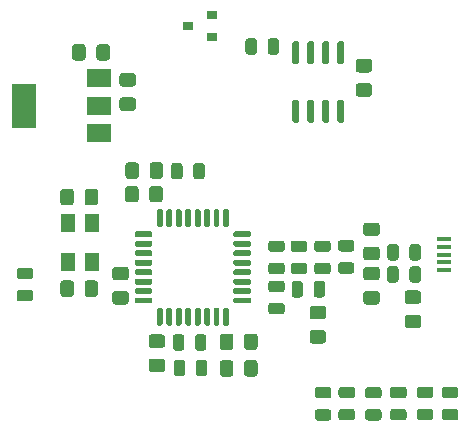
<source format=gbr>
%TF.GenerationSoftware,KiCad,Pcbnew,(5.1.6)-1*%
%TF.CreationDate,2021-06-25T13:52:16+02:00*%
%TF.ProjectId,sensor-v2-board,73656e73-6f72-42d7-9632-2d626f617264,rev?*%
%TF.SameCoordinates,Original*%
%TF.FileFunction,Paste,Top*%
%TF.FilePolarity,Positive*%
%FSLAX46Y46*%
G04 Gerber Fmt 4.6, Leading zero omitted, Abs format (unit mm)*
G04 Created by KiCad (PCBNEW (5.1.6)-1) date 2021-06-25 13:52:16*
%MOMM*%
%LPD*%
G01*
G04 APERTURE LIST*
%ADD10R,1.300000X0.450000*%
%ADD11R,2.000000X3.800000*%
%ADD12R,2.000000X1.500000*%
%ADD13R,0.900000X0.800000*%
%ADD14R,1.300000X1.600000*%
G04 APERTURE END LIST*
D10*
%TO.C,J8*%
X160375000Y-128175000D03*
X160375000Y-127525000D03*
X160375000Y-126875000D03*
X160375000Y-126225000D03*
X160375000Y-125575000D03*
%TD*%
%TO.C,R13*%
G36*
G01*
X145743750Y-130950000D02*
X146656250Y-130950000D01*
G75*
G02*
X146900000Y-131193750I0J-243750D01*
G01*
X146900000Y-131681250D01*
G75*
G02*
X146656250Y-131925000I-243750J0D01*
G01*
X145743750Y-131925000D01*
G75*
G02*
X145500000Y-131681250I0J243750D01*
G01*
X145500000Y-131193750D01*
G75*
G02*
X145743750Y-130950000I243750J0D01*
G01*
G37*
G36*
G01*
X145743750Y-129075000D02*
X146656250Y-129075000D01*
G75*
G02*
X146900000Y-129318750I0J-243750D01*
G01*
X146900000Y-129806250D01*
G75*
G02*
X146656250Y-130050000I-243750J0D01*
G01*
X145743750Y-130050000D01*
G75*
G02*
X145500000Y-129806250I0J243750D01*
G01*
X145500000Y-129318750D01*
G75*
G02*
X145743750Y-129075000I243750J0D01*
G01*
G37*
%TD*%
%TO.C,R12*%
G36*
G01*
X146656250Y-126650000D02*
X145743750Y-126650000D01*
G75*
G02*
X145500000Y-126406250I0J243750D01*
G01*
X145500000Y-125918750D01*
G75*
G02*
X145743750Y-125675000I243750J0D01*
G01*
X146656250Y-125675000D01*
G75*
G02*
X146900000Y-125918750I0J-243750D01*
G01*
X146900000Y-126406250D01*
G75*
G02*
X146656250Y-126650000I-243750J0D01*
G01*
G37*
G36*
G01*
X146656250Y-128525000D02*
X145743750Y-128525000D01*
G75*
G02*
X145500000Y-128281250I0J243750D01*
G01*
X145500000Y-127793750D01*
G75*
G02*
X145743750Y-127550000I243750J0D01*
G01*
X146656250Y-127550000D01*
G75*
G02*
X146900000Y-127793750I0J-243750D01*
G01*
X146900000Y-128281250D01*
G75*
G02*
X146656250Y-128525000I-243750J0D01*
G01*
G37*
%TD*%
%TO.C,R10*%
G36*
G01*
X155575000Y-127131250D02*
X155575000Y-126218750D01*
G75*
G02*
X155818750Y-125975000I243750J0D01*
G01*
X156306250Y-125975000D01*
G75*
G02*
X156550000Y-126218750I0J-243750D01*
G01*
X156550000Y-127131250D01*
G75*
G02*
X156306250Y-127375000I-243750J0D01*
G01*
X155818750Y-127375000D01*
G75*
G02*
X155575000Y-127131250I0J243750D01*
G01*
G37*
G36*
G01*
X157450000Y-127131250D02*
X157450000Y-126218750D01*
G75*
G02*
X157693750Y-125975000I243750J0D01*
G01*
X158181250Y-125975000D01*
G75*
G02*
X158425000Y-126218750I0J-243750D01*
G01*
X158425000Y-127131250D01*
G75*
G02*
X158181250Y-127375000I-243750J0D01*
G01*
X157693750Y-127375000D01*
G75*
G02*
X157450000Y-127131250I0J243750D01*
G01*
G37*
%TD*%
D11*
%TO.C,U1*%
X124850000Y-114250000D03*
D12*
X131150000Y-114250000D03*
X131150000Y-111950000D03*
X131150000Y-116550000D03*
%TD*%
%TO.C,C1*%
G36*
G01*
X130050000Y-109299999D02*
X130050000Y-110200001D01*
G75*
G02*
X129800001Y-110450000I-249999J0D01*
G01*
X129149999Y-110450000D01*
G75*
G02*
X128900000Y-110200001I0J249999D01*
G01*
X128900000Y-109299999D01*
G75*
G02*
X129149999Y-109050000I249999J0D01*
G01*
X129800001Y-109050000D01*
G75*
G02*
X130050000Y-109299999I0J-249999D01*
G01*
G37*
G36*
G01*
X132100000Y-109299999D02*
X132100000Y-110200001D01*
G75*
G02*
X131850001Y-110450000I-249999J0D01*
G01*
X131199999Y-110450000D01*
G75*
G02*
X130950000Y-110200001I0J249999D01*
G01*
X130950000Y-109299999D01*
G75*
G02*
X131199999Y-109050000I249999J0D01*
G01*
X131850001Y-109050000D01*
G75*
G02*
X132100000Y-109299999I0J-249999D01*
G01*
G37*
%TD*%
%TO.C,C4*%
G36*
G01*
X134050001Y-112650000D02*
X133149999Y-112650000D01*
G75*
G02*
X132900000Y-112400001I0J249999D01*
G01*
X132900000Y-111749999D01*
G75*
G02*
X133149999Y-111500000I249999J0D01*
G01*
X134050001Y-111500000D01*
G75*
G02*
X134300000Y-111749999I0J-249999D01*
G01*
X134300000Y-112400001D01*
G75*
G02*
X134050001Y-112650000I-249999J0D01*
G01*
G37*
G36*
G01*
X134050001Y-114700000D02*
X133149999Y-114700000D01*
G75*
G02*
X132900000Y-114450001I0J249999D01*
G01*
X132900000Y-113799999D01*
G75*
G02*
X133149999Y-113550000I249999J0D01*
G01*
X134050001Y-113550000D01*
G75*
G02*
X134300000Y-113799999I0J-249999D01*
G01*
X134300000Y-114450001D01*
G75*
G02*
X134050001Y-114700000I-249999J0D01*
G01*
G37*
%TD*%
%TO.C,C6*%
G36*
G01*
X127900000Y-122450001D02*
X127900000Y-121549999D01*
G75*
G02*
X128149999Y-121300000I249999J0D01*
G01*
X128800001Y-121300000D01*
G75*
G02*
X129050000Y-121549999I0J-249999D01*
G01*
X129050000Y-122450001D01*
G75*
G02*
X128800001Y-122700000I-249999J0D01*
G01*
X128149999Y-122700000D01*
G75*
G02*
X127900000Y-122450001I0J249999D01*
G01*
G37*
G36*
G01*
X129950000Y-122450001D02*
X129950000Y-121549999D01*
G75*
G02*
X130199999Y-121300000I249999J0D01*
G01*
X130850001Y-121300000D01*
G75*
G02*
X131100000Y-121549999I0J-249999D01*
G01*
X131100000Y-122450001D01*
G75*
G02*
X130850001Y-122700000I-249999J0D01*
G01*
X130199999Y-122700000D01*
G75*
G02*
X129950000Y-122450001I0J249999D01*
G01*
G37*
%TD*%
%TO.C,C7*%
G36*
G01*
X129050000Y-129299999D02*
X129050000Y-130200001D01*
G75*
G02*
X128800001Y-130450000I-249999J0D01*
G01*
X128149999Y-130450000D01*
G75*
G02*
X127900000Y-130200001I0J249999D01*
G01*
X127900000Y-129299999D01*
G75*
G02*
X128149999Y-129050000I249999J0D01*
G01*
X128800001Y-129050000D01*
G75*
G02*
X129050000Y-129299999I0J-249999D01*
G01*
G37*
G36*
G01*
X131100000Y-129299999D02*
X131100000Y-130200001D01*
G75*
G02*
X130850001Y-130450000I-249999J0D01*
G01*
X130199999Y-130450000D01*
G75*
G02*
X129950000Y-130200001I0J249999D01*
G01*
X129950000Y-129299999D01*
G75*
G02*
X130199999Y-129050000I249999J0D01*
G01*
X130850001Y-129050000D01*
G75*
G02*
X131100000Y-129299999I0J-249999D01*
G01*
G37*
%TD*%
%TO.C,C8*%
G36*
G01*
X136525001Y-134775000D02*
X135624999Y-134775000D01*
G75*
G02*
X135375000Y-134525001I0J249999D01*
G01*
X135375000Y-133874999D01*
G75*
G02*
X135624999Y-133625000I249999J0D01*
G01*
X136525001Y-133625000D01*
G75*
G02*
X136775000Y-133874999I0J-249999D01*
G01*
X136775000Y-134525001D01*
G75*
G02*
X136525001Y-134775000I-249999J0D01*
G01*
G37*
G36*
G01*
X136525001Y-136825000D02*
X135624999Y-136825000D01*
G75*
G02*
X135375000Y-136575001I0J249999D01*
G01*
X135375000Y-135924999D01*
G75*
G02*
X135624999Y-135675000I249999J0D01*
G01*
X136525001Y-135675000D01*
G75*
G02*
X136775000Y-135924999I0J-249999D01*
G01*
X136775000Y-136575001D01*
G75*
G02*
X136525001Y-136825000I-249999J0D01*
G01*
G37*
%TD*%
%TO.C,C9*%
G36*
G01*
X154050001Y-113500000D02*
X153149999Y-113500000D01*
G75*
G02*
X152900000Y-113250001I0J249999D01*
G01*
X152900000Y-112599999D01*
G75*
G02*
X153149999Y-112350000I249999J0D01*
G01*
X154050001Y-112350000D01*
G75*
G02*
X154300000Y-112599999I0J-249999D01*
G01*
X154300000Y-113250001D01*
G75*
G02*
X154050001Y-113500000I-249999J0D01*
G01*
G37*
G36*
G01*
X154050001Y-111450000D02*
X153149999Y-111450000D01*
G75*
G02*
X152900000Y-111200001I0J249999D01*
G01*
X152900000Y-110549999D01*
G75*
G02*
X153149999Y-110300000I249999J0D01*
G01*
X154050001Y-110300000D01*
G75*
G02*
X154300000Y-110549999I0J-249999D01*
G01*
X154300000Y-111200001D01*
G75*
G02*
X154050001Y-111450000I-249999J0D01*
G01*
G37*
%TD*%
%TO.C,C10*%
G36*
G01*
X133375000Y-122200001D02*
X133375000Y-121299999D01*
G75*
G02*
X133624999Y-121050000I249999J0D01*
G01*
X134275001Y-121050000D01*
G75*
G02*
X134525000Y-121299999I0J-249999D01*
G01*
X134525000Y-122200001D01*
G75*
G02*
X134275001Y-122450000I-249999J0D01*
G01*
X133624999Y-122450000D01*
G75*
G02*
X133375000Y-122200001I0J249999D01*
G01*
G37*
G36*
G01*
X135425000Y-122200001D02*
X135425000Y-121299999D01*
G75*
G02*
X135674999Y-121050000I249999J0D01*
G01*
X136325001Y-121050000D01*
G75*
G02*
X136575000Y-121299999I0J-249999D01*
G01*
X136575000Y-122200001D01*
G75*
G02*
X136325001Y-122450000I-249999J0D01*
G01*
X135674999Y-122450000D01*
G75*
G02*
X135425000Y-122200001I0J249999D01*
G01*
G37*
%TD*%
%TO.C,C11*%
G36*
G01*
X142550000Y-133799999D02*
X142550000Y-134700001D01*
G75*
G02*
X142300001Y-134950000I-249999J0D01*
G01*
X141649999Y-134950000D01*
G75*
G02*
X141400000Y-134700001I0J249999D01*
G01*
X141400000Y-133799999D01*
G75*
G02*
X141649999Y-133550000I249999J0D01*
G01*
X142300001Y-133550000D01*
G75*
G02*
X142550000Y-133799999I0J-249999D01*
G01*
G37*
G36*
G01*
X144600000Y-133799999D02*
X144600000Y-134700001D01*
G75*
G02*
X144350001Y-134950000I-249999J0D01*
G01*
X143699999Y-134950000D01*
G75*
G02*
X143450000Y-134700001I0J249999D01*
G01*
X143450000Y-133799999D01*
G75*
G02*
X143699999Y-133550000I249999J0D01*
G01*
X144350001Y-133550000D01*
G75*
G02*
X144600000Y-133799999I0J-249999D01*
G01*
G37*
%TD*%
%TO.C,C12*%
G36*
G01*
X133400000Y-120200001D02*
X133400000Y-119299999D01*
G75*
G02*
X133649999Y-119050000I249999J0D01*
G01*
X134300001Y-119050000D01*
G75*
G02*
X134550000Y-119299999I0J-249999D01*
G01*
X134550000Y-120200001D01*
G75*
G02*
X134300001Y-120450000I-249999J0D01*
G01*
X133649999Y-120450000D01*
G75*
G02*
X133400000Y-120200001I0J249999D01*
G01*
G37*
G36*
G01*
X135450000Y-120200001D02*
X135450000Y-119299999D01*
G75*
G02*
X135699999Y-119050000I249999J0D01*
G01*
X136350001Y-119050000D01*
G75*
G02*
X136600000Y-119299999I0J-249999D01*
G01*
X136600000Y-120200001D01*
G75*
G02*
X136350001Y-120450000I-249999J0D01*
G01*
X135699999Y-120450000D01*
G75*
G02*
X135450000Y-120200001I0J249999D01*
G01*
G37*
%TD*%
%TO.C,C13*%
G36*
G01*
X132549999Y-129950000D02*
X133450001Y-129950000D01*
G75*
G02*
X133700000Y-130199999I0J-249999D01*
G01*
X133700000Y-130850001D01*
G75*
G02*
X133450001Y-131100000I-249999J0D01*
G01*
X132549999Y-131100000D01*
G75*
G02*
X132300000Y-130850001I0J249999D01*
G01*
X132300000Y-130199999D01*
G75*
G02*
X132549999Y-129950000I249999J0D01*
G01*
G37*
G36*
G01*
X132549999Y-127900000D02*
X133450001Y-127900000D01*
G75*
G02*
X133700000Y-128149999I0J-249999D01*
G01*
X133700000Y-128800001D01*
G75*
G02*
X133450001Y-129050000I-249999J0D01*
G01*
X132549999Y-129050000D01*
G75*
G02*
X132300000Y-128800001I0J249999D01*
G01*
X132300000Y-128149999D01*
G75*
G02*
X132549999Y-127900000I249999J0D01*
G01*
G37*
%TD*%
%TO.C,C14*%
G36*
G01*
X144600000Y-136049999D02*
X144600000Y-136950001D01*
G75*
G02*
X144350001Y-137200000I-249999J0D01*
G01*
X143699999Y-137200000D01*
G75*
G02*
X143450000Y-136950001I0J249999D01*
G01*
X143450000Y-136049999D01*
G75*
G02*
X143699999Y-135800000I249999J0D01*
G01*
X144350001Y-135800000D01*
G75*
G02*
X144600000Y-136049999I0J-249999D01*
G01*
G37*
G36*
G01*
X142550000Y-136049999D02*
X142550000Y-136950001D01*
G75*
G02*
X142300001Y-137200000I-249999J0D01*
G01*
X141649999Y-137200000D01*
G75*
G02*
X141400000Y-136950001I0J249999D01*
G01*
X141400000Y-136049999D01*
G75*
G02*
X141649999Y-135800000I249999J0D01*
G01*
X142300001Y-135800000D01*
G75*
G02*
X142550000Y-136049999I0J-249999D01*
G01*
G37*
%TD*%
%TO.C,C15*%
G36*
G01*
X157299999Y-131950000D02*
X158200001Y-131950000D01*
G75*
G02*
X158450000Y-132199999I0J-249999D01*
G01*
X158450000Y-132850001D01*
G75*
G02*
X158200001Y-133100000I-249999J0D01*
G01*
X157299999Y-133100000D01*
G75*
G02*
X157050000Y-132850001I0J249999D01*
G01*
X157050000Y-132199999D01*
G75*
G02*
X157299999Y-131950000I249999J0D01*
G01*
G37*
G36*
G01*
X157299999Y-129900000D02*
X158200001Y-129900000D01*
G75*
G02*
X158450000Y-130149999I0J-249999D01*
G01*
X158450000Y-130800001D01*
G75*
G02*
X158200001Y-131050000I-249999J0D01*
G01*
X157299999Y-131050000D01*
G75*
G02*
X157050000Y-130800001I0J249999D01*
G01*
X157050000Y-130149999D01*
G75*
G02*
X157299999Y-129900000I249999J0D01*
G01*
G37*
%TD*%
%TO.C,C16*%
G36*
G01*
X149249999Y-131200000D02*
X150150001Y-131200000D01*
G75*
G02*
X150400000Y-131449999I0J-249999D01*
G01*
X150400000Y-132100001D01*
G75*
G02*
X150150001Y-132350000I-249999J0D01*
G01*
X149249999Y-132350000D01*
G75*
G02*
X149000000Y-132100001I0J249999D01*
G01*
X149000000Y-131449999D01*
G75*
G02*
X149249999Y-131200000I249999J0D01*
G01*
G37*
G36*
G01*
X149249999Y-133250000D02*
X150150001Y-133250000D01*
G75*
G02*
X150400000Y-133499999I0J-249999D01*
G01*
X150400000Y-134150001D01*
G75*
G02*
X150150001Y-134400000I-249999J0D01*
G01*
X149249999Y-134400000D01*
G75*
G02*
X149000000Y-134150001I0J249999D01*
G01*
X149000000Y-133499999D01*
G75*
G02*
X149249999Y-133250000I249999J0D01*
G01*
G37*
%TD*%
%TO.C,C17*%
G36*
G01*
X153799999Y-129950000D02*
X154700001Y-129950000D01*
G75*
G02*
X154950000Y-130199999I0J-249999D01*
G01*
X154950000Y-130850001D01*
G75*
G02*
X154700001Y-131100000I-249999J0D01*
G01*
X153799999Y-131100000D01*
G75*
G02*
X153550000Y-130850001I0J249999D01*
G01*
X153550000Y-130199999D01*
G75*
G02*
X153799999Y-129950000I249999J0D01*
G01*
G37*
G36*
G01*
X153799999Y-127900000D02*
X154700001Y-127900000D01*
G75*
G02*
X154950000Y-128149999I0J-249999D01*
G01*
X154950000Y-128800001D01*
G75*
G02*
X154700001Y-129050000I-249999J0D01*
G01*
X153799999Y-129050000D01*
G75*
G02*
X153550000Y-128800001I0J249999D01*
G01*
X153550000Y-128149999D01*
G75*
G02*
X153799999Y-127900000I249999J0D01*
G01*
G37*
%TD*%
%TO.C,C18*%
G36*
G01*
X154700001Y-127350000D02*
X153799999Y-127350000D01*
G75*
G02*
X153550000Y-127100001I0J249999D01*
G01*
X153550000Y-126449999D01*
G75*
G02*
X153799999Y-126200000I249999J0D01*
G01*
X154700001Y-126200000D01*
G75*
G02*
X154950000Y-126449999I0J-249999D01*
G01*
X154950000Y-127100001D01*
G75*
G02*
X154700001Y-127350000I-249999J0D01*
G01*
G37*
G36*
G01*
X154700001Y-125300000D02*
X153799999Y-125300000D01*
G75*
G02*
X153550000Y-125050001I0J249999D01*
G01*
X153550000Y-124399999D01*
G75*
G02*
X153799999Y-124150000I249999J0D01*
G01*
X154700001Y-124150000D01*
G75*
G02*
X154950000Y-124399999I0J-249999D01*
G01*
X154950000Y-125050001D01*
G75*
G02*
X154700001Y-125300000I-249999J0D01*
G01*
G37*
%TD*%
%TO.C,5VP*%
G36*
G01*
X149693750Y-138075000D02*
X150606250Y-138075000D01*
G75*
G02*
X150850000Y-138318750I0J-243750D01*
G01*
X150850000Y-138806250D01*
G75*
G02*
X150606250Y-139050000I-243750J0D01*
G01*
X149693750Y-139050000D01*
G75*
G02*
X149450000Y-138806250I0J243750D01*
G01*
X149450000Y-138318750D01*
G75*
G02*
X149693750Y-138075000I243750J0D01*
G01*
G37*
G36*
G01*
X149693750Y-139950000D02*
X150606250Y-139950000D01*
G75*
G02*
X150850000Y-140193750I0J-243750D01*
G01*
X150850000Y-140681250D01*
G75*
G02*
X150606250Y-140925000I-243750J0D01*
G01*
X149693750Y-140925000D01*
G75*
G02*
X149450000Y-140681250I0J243750D01*
G01*
X149450000Y-140193750D01*
G75*
G02*
X149693750Y-139950000I243750J0D01*
G01*
G37*
%TD*%
%TO.C,5V*%
G36*
G01*
X153943750Y-139950000D02*
X154856250Y-139950000D01*
G75*
G02*
X155100000Y-140193750I0J-243750D01*
G01*
X155100000Y-140681250D01*
G75*
G02*
X154856250Y-140925000I-243750J0D01*
G01*
X153943750Y-140925000D01*
G75*
G02*
X153700000Y-140681250I0J243750D01*
G01*
X153700000Y-140193750D01*
G75*
G02*
X153943750Y-139950000I243750J0D01*
G01*
G37*
G36*
G01*
X153943750Y-138075000D02*
X154856250Y-138075000D01*
G75*
G02*
X155100000Y-138318750I0J-243750D01*
G01*
X155100000Y-138806250D01*
G75*
G02*
X154856250Y-139050000I-243750J0D01*
G01*
X153943750Y-139050000D01*
G75*
G02*
X153700000Y-138806250I0J243750D01*
G01*
X153700000Y-138318750D01*
G75*
G02*
X153943750Y-138075000I243750J0D01*
G01*
G37*
%TD*%
%TO.C,3V3*%
G36*
G01*
X159236251Y-140885000D02*
X158323751Y-140885000D01*
G75*
G02*
X158080001Y-140641250I0J243750D01*
G01*
X158080001Y-140153750D01*
G75*
G02*
X158323751Y-139910000I243750J0D01*
G01*
X159236251Y-139910000D01*
G75*
G02*
X159480001Y-140153750I0J-243750D01*
G01*
X159480001Y-140641250D01*
G75*
G02*
X159236251Y-140885000I-243750J0D01*
G01*
G37*
G36*
G01*
X159236251Y-139010000D02*
X158323751Y-139010000D01*
G75*
G02*
X158080001Y-138766250I0J243750D01*
G01*
X158080001Y-138278750D01*
G75*
G02*
X158323751Y-138035000I243750J0D01*
G01*
X159236251Y-138035000D01*
G75*
G02*
X159480001Y-138278750I0J-243750D01*
G01*
X159480001Y-138766250D01*
G75*
G02*
X159236251Y-139010000I-243750J0D01*
G01*
G37*
%TD*%
%TO.C,TEST*%
G36*
G01*
X139300000Y-134756250D02*
X139300000Y-133843750D01*
G75*
G02*
X139543750Y-133600000I243750J0D01*
G01*
X140031250Y-133600000D01*
G75*
G02*
X140275000Y-133843750I0J-243750D01*
G01*
X140275000Y-134756250D01*
G75*
G02*
X140031250Y-135000000I-243750J0D01*
G01*
X139543750Y-135000000D01*
G75*
G02*
X139300000Y-134756250I0J243750D01*
G01*
G37*
G36*
G01*
X137425000Y-134756250D02*
X137425000Y-133843750D01*
G75*
G02*
X137668750Y-133600000I243750J0D01*
G01*
X138156250Y-133600000D01*
G75*
G02*
X138400000Y-133843750I0J-243750D01*
G01*
X138400000Y-134756250D01*
G75*
G02*
X138156250Y-135000000I-243750J0D01*
G01*
X137668750Y-135000000D01*
G75*
G02*
X137425000Y-134756250I0J243750D01*
G01*
G37*
%TD*%
D13*
%TO.C,D5*%
X140750000Y-108450000D03*
X140750000Y-106550000D03*
X138750000Y-107500000D03*
%TD*%
%TO.C,RX*%
G36*
G01*
X148556250Y-128525000D02*
X147643750Y-128525000D01*
G75*
G02*
X147400000Y-128281250I0J243750D01*
G01*
X147400000Y-127793750D01*
G75*
G02*
X147643750Y-127550000I243750J0D01*
G01*
X148556250Y-127550000D01*
G75*
G02*
X148800000Y-127793750I0J-243750D01*
G01*
X148800000Y-128281250D01*
G75*
G02*
X148556250Y-128525000I-243750J0D01*
G01*
G37*
G36*
G01*
X148556250Y-126650000D02*
X147643750Y-126650000D01*
G75*
G02*
X147400000Y-126406250I0J243750D01*
G01*
X147400000Y-125918750D01*
G75*
G02*
X147643750Y-125675000I243750J0D01*
G01*
X148556250Y-125675000D01*
G75*
G02*
X148800000Y-125918750I0J-243750D01*
G01*
X148800000Y-126406250D01*
G75*
G02*
X148556250Y-126650000I-243750J0D01*
G01*
G37*
%TD*%
%TO.C,TX*%
G36*
G01*
X150556250Y-126650000D02*
X149643750Y-126650000D01*
G75*
G02*
X149400000Y-126406250I0J243750D01*
G01*
X149400000Y-125918750D01*
G75*
G02*
X149643750Y-125675000I243750J0D01*
G01*
X150556250Y-125675000D01*
G75*
G02*
X150800000Y-125918750I0J-243750D01*
G01*
X150800000Y-126406250D01*
G75*
G02*
X150556250Y-126650000I-243750J0D01*
G01*
G37*
G36*
G01*
X150556250Y-128525000D02*
X149643750Y-128525000D01*
G75*
G02*
X149400000Y-128281250I0J243750D01*
G01*
X149400000Y-127793750D01*
G75*
G02*
X149643750Y-127550000I243750J0D01*
G01*
X150556250Y-127550000D01*
G75*
G02*
X150800000Y-127793750I0J-243750D01*
G01*
X150800000Y-128281250D01*
G75*
G02*
X150556250Y-128525000I-243750J0D01*
G01*
G37*
%TD*%
%TO.C,R1*%
G36*
G01*
X152606250Y-140905000D02*
X151693750Y-140905000D01*
G75*
G02*
X151450000Y-140661250I0J243750D01*
G01*
X151450000Y-140173750D01*
G75*
G02*
X151693750Y-139930000I243750J0D01*
G01*
X152606250Y-139930000D01*
G75*
G02*
X152850000Y-140173750I0J-243750D01*
G01*
X152850000Y-140661250D01*
G75*
G02*
X152606250Y-140905000I-243750J0D01*
G01*
G37*
G36*
G01*
X152606250Y-139030000D02*
X151693750Y-139030000D01*
G75*
G02*
X151450000Y-138786250I0J243750D01*
G01*
X151450000Y-138298750D01*
G75*
G02*
X151693750Y-138055000I243750J0D01*
G01*
X152606250Y-138055000D01*
G75*
G02*
X152850000Y-138298750I0J-243750D01*
G01*
X152850000Y-138786250D01*
G75*
G02*
X152606250Y-139030000I-243750J0D01*
G01*
G37*
%TD*%
%TO.C,R2*%
G36*
G01*
X156971251Y-139030000D02*
X156058751Y-139030000D01*
G75*
G02*
X155815001Y-138786250I0J243750D01*
G01*
X155815001Y-138298750D01*
G75*
G02*
X156058751Y-138055000I243750J0D01*
G01*
X156971251Y-138055000D01*
G75*
G02*
X157215001Y-138298750I0J-243750D01*
G01*
X157215001Y-138786250D01*
G75*
G02*
X156971251Y-139030000I-243750J0D01*
G01*
G37*
G36*
G01*
X156971251Y-140905000D02*
X156058751Y-140905000D01*
G75*
G02*
X155815001Y-140661250I0J243750D01*
G01*
X155815001Y-140173750D01*
G75*
G02*
X156058751Y-139930000I243750J0D01*
G01*
X156971251Y-139930000D01*
G75*
G02*
X157215001Y-140173750I0J-243750D01*
G01*
X157215001Y-140661250D01*
G75*
G02*
X156971251Y-140905000I-243750J0D01*
G01*
G37*
%TD*%
%TO.C,R3*%
G36*
G01*
X160443750Y-138055000D02*
X161356250Y-138055000D01*
G75*
G02*
X161600000Y-138298750I0J-243750D01*
G01*
X161600000Y-138786250D01*
G75*
G02*
X161356250Y-139030000I-243750J0D01*
G01*
X160443750Y-139030000D01*
G75*
G02*
X160200000Y-138786250I0J243750D01*
G01*
X160200000Y-138298750D01*
G75*
G02*
X160443750Y-138055000I243750J0D01*
G01*
G37*
G36*
G01*
X160443750Y-139930000D02*
X161356250Y-139930000D01*
G75*
G02*
X161600000Y-140173750I0J-243750D01*
G01*
X161600000Y-140661250D01*
G75*
G02*
X161356250Y-140905000I-243750J0D01*
G01*
X160443750Y-140905000D01*
G75*
G02*
X160200000Y-140661250I0J243750D01*
G01*
X160200000Y-140173750D01*
G75*
G02*
X160443750Y-139930000I243750J0D01*
G01*
G37*
%TD*%
%TO.C,R4*%
G36*
G01*
X138250000Y-119343750D02*
X138250000Y-120256250D01*
G75*
G02*
X138006250Y-120500000I-243750J0D01*
G01*
X137518750Y-120500000D01*
G75*
G02*
X137275000Y-120256250I0J243750D01*
G01*
X137275000Y-119343750D01*
G75*
G02*
X137518750Y-119100000I243750J0D01*
G01*
X138006250Y-119100000D01*
G75*
G02*
X138250000Y-119343750I0J-243750D01*
G01*
G37*
G36*
G01*
X140125000Y-119343750D02*
X140125000Y-120256250D01*
G75*
G02*
X139881250Y-120500000I-243750J0D01*
G01*
X139393750Y-120500000D01*
G75*
G02*
X139150000Y-120256250I0J243750D01*
G01*
X139150000Y-119343750D01*
G75*
G02*
X139393750Y-119100000I243750J0D01*
G01*
X139881250Y-119100000D01*
G75*
G02*
X140125000Y-119343750I0J-243750D01*
G01*
G37*
%TD*%
%TO.C,R5*%
G36*
G01*
X146425000Y-108793750D02*
X146425000Y-109706250D01*
G75*
G02*
X146181250Y-109950000I-243750J0D01*
G01*
X145693750Y-109950000D01*
G75*
G02*
X145450000Y-109706250I0J243750D01*
G01*
X145450000Y-108793750D01*
G75*
G02*
X145693750Y-108550000I243750J0D01*
G01*
X146181250Y-108550000D01*
G75*
G02*
X146425000Y-108793750I0J-243750D01*
G01*
G37*
G36*
G01*
X144550000Y-108793750D02*
X144550000Y-109706250D01*
G75*
G02*
X144306250Y-109950000I-243750J0D01*
G01*
X143818750Y-109950000D01*
G75*
G02*
X143575000Y-109706250I0J243750D01*
G01*
X143575000Y-108793750D01*
G75*
G02*
X143818750Y-108550000I243750J0D01*
G01*
X144306250Y-108550000D01*
G75*
G02*
X144550000Y-108793750I0J-243750D01*
G01*
G37*
%TD*%
%TO.C,R6*%
G36*
G01*
X125356250Y-128950000D02*
X124443750Y-128950000D01*
G75*
G02*
X124200000Y-128706250I0J243750D01*
G01*
X124200000Y-128218750D01*
G75*
G02*
X124443750Y-127975000I243750J0D01*
G01*
X125356250Y-127975000D01*
G75*
G02*
X125600000Y-128218750I0J-243750D01*
G01*
X125600000Y-128706250D01*
G75*
G02*
X125356250Y-128950000I-243750J0D01*
G01*
G37*
G36*
G01*
X125356250Y-130825000D02*
X124443750Y-130825000D01*
G75*
G02*
X124200000Y-130581250I0J243750D01*
G01*
X124200000Y-130093750D01*
G75*
G02*
X124443750Y-129850000I243750J0D01*
G01*
X125356250Y-129850000D01*
G75*
G02*
X125600000Y-130093750I0J-243750D01*
G01*
X125600000Y-130581250D01*
G75*
G02*
X125356250Y-130825000I-243750J0D01*
G01*
G37*
%TD*%
%TO.C,R7*%
G36*
G01*
X137490001Y-136921251D02*
X137490001Y-136008751D01*
G75*
G02*
X137733751Y-135765001I243750J0D01*
G01*
X138221251Y-135765001D01*
G75*
G02*
X138465001Y-136008751I0J-243750D01*
G01*
X138465001Y-136921251D01*
G75*
G02*
X138221251Y-137165001I-243750J0D01*
G01*
X137733751Y-137165001D01*
G75*
G02*
X137490001Y-136921251I0J243750D01*
G01*
G37*
G36*
G01*
X139365001Y-136921251D02*
X139365001Y-136008751D01*
G75*
G02*
X139608751Y-135765001I243750J0D01*
G01*
X140096251Y-135765001D01*
G75*
G02*
X140340001Y-136008751I0J-243750D01*
G01*
X140340001Y-136921251D01*
G75*
G02*
X140096251Y-137165001I-243750J0D01*
G01*
X139608751Y-137165001D01*
G75*
G02*
X139365001Y-136921251I0J243750D01*
G01*
G37*
%TD*%
%TO.C,R8*%
G36*
G01*
X157450000Y-129006250D02*
X157450000Y-128093750D01*
G75*
G02*
X157693750Y-127850000I243750J0D01*
G01*
X158181250Y-127850000D01*
G75*
G02*
X158425000Y-128093750I0J-243750D01*
G01*
X158425000Y-129006250D01*
G75*
G02*
X158181250Y-129250000I-243750J0D01*
G01*
X157693750Y-129250000D01*
G75*
G02*
X157450000Y-129006250I0J243750D01*
G01*
G37*
G36*
G01*
X155575000Y-129006250D02*
X155575000Y-128093750D01*
G75*
G02*
X155818750Y-127850000I243750J0D01*
G01*
X156306250Y-127850000D01*
G75*
G02*
X156550000Y-128093750I0J-243750D01*
G01*
X156550000Y-129006250D01*
G75*
G02*
X156306250Y-129250000I-243750J0D01*
G01*
X155818750Y-129250000D01*
G75*
G02*
X155575000Y-129006250I0J243750D01*
G01*
G37*
%TD*%
%TO.C,R9*%
G36*
G01*
X148450000Y-129343750D02*
X148450000Y-130256250D01*
G75*
G02*
X148206250Y-130500000I-243750J0D01*
G01*
X147718750Y-130500000D01*
G75*
G02*
X147475000Y-130256250I0J243750D01*
G01*
X147475000Y-129343750D01*
G75*
G02*
X147718750Y-129100000I243750J0D01*
G01*
X148206250Y-129100000D01*
G75*
G02*
X148450000Y-129343750I0J-243750D01*
G01*
G37*
G36*
G01*
X150325000Y-129343750D02*
X150325000Y-130256250D01*
G75*
G02*
X150081250Y-130500000I-243750J0D01*
G01*
X149593750Y-130500000D01*
G75*
G02*
X149350000Y-130256250I0J243750D01*
G01*
X149350000Y-129343750D01*
G75*
G02*
X149593750Y-129100000I243750J0D01*
G01*
X150081250Y-129100000D01*
G75*
G02*
X150325000Y-129343750I0J-243750D01*
G01*
G37*
%TD*%
%TO.C,R11*%
G36*
G01*
X152556250Y-128487500D02*
X151643750Y-128487500D01*
G75*
G02*
X151400000Y-128243750I0J243750D01*
G01*
X151400000Y-127756250D01*
G75*
G02*
X151643750Y-127512500I243750J0D01*
G01*
X152556250Y-127512500D01*
G75*
G02*
X152800000Y-127756250I0J-243750D01*
G01*
X152800000Y-128243750D01*
G75*
G02*
X152556250Y-128487500I-243750J0D01*
G01*
G37*
G36*
G01*
X152556250Y-126612500D02*
X151643750Y-126612500D01*
G75*
G02*
X151400000Y-126368750I0J243750D01*
G01*
X151400000Y-125881250D01*
G75*
G02*
X151643750Y-125637500I243750J0D01*
G01*
X152556250Y-125637500D01*
G75*
G02*
X152800000Y-125881250I0J-243750D01*
G01*
X152800000Y-126368750D01*
G75*
G02*
X152556250Y-126612500I-243750J0D01*
G01*
G37*
%TD*%
%TO.C,U2*%
G36*
G01*
X147995000Y-115700000D02*
X147695000Y-115700000D01*
G75*
G02*
X147545000Y-115550000I0J150000D01*
G01*
X147545000Y-113900000D01*
G75*
G02*
X147695000Y-113750000I150000J0D01*
G01*
X147995000Y-113750000D01*
G75*
G02*
X148145000Y-113900000I0J-150000D01*
G01*
X148145000Y-115550000D01*
G75*
G02*
X147995000Y-115700000I-150000J0D01*
G01*
G37*
G36*
G01*
X149265000Y-115700000D02*
X148965000Y-115700000D01*
G75*
G02*
X148815000Y-115550000I0J150000D01*
G01*
X148815000Y-113900000D01*
G75*
G02*
X148965000Y-113750000I150000J0D01*
G01*
X149265000Y-113750000D01*
G75*
G02*
X149415000Y-113900000I0J-150000D01*
G01*
X149415000Y-115550000D01*
G75*
G02*
X149265000Y-115700000I-150000J0D01*
G01*
G37*
G36*
G01*
X150535000Y-115700000D02*
X150235000Y-115700000D01*
G75*
G02*
X150085000Y-115550000I0J150000D01*
G01*
X150085000Y-113900000D01*
G75*
G02*
X150235000Y-113750000I150000J0D01*
G01*
X150535000Y-113750000D01*
G75*
G02*
X150685000Y-113900000I0J-150000D01*
G01*
X150685000Y-115550000D01*
G75*
G02*
X150535000Y-115700000I-150000J0D01*
G01*
G37*
G36*
G01*
X151805000Y-115700000D02*
X151505000Y-115700000D01*
G75*
G02*
X151355000Y-115550000I0J150000D01*
G01*
X151355000Y-113900000D01*
G75*
G02*
X151505000Y-113750000I150000J0D01*
G01*
X151805000Y-113750000D01*
G75*
G02*
X151955000Y-113900000I0J-150000D01*
G01*
X151955000Y-115550000D01*
G75*
G02*
X151805000Y-115700000I-150000J0D01*
G01*
G37*
G36*
G01*
X151805000Y-110750000D02*
X151505000Y-110750000D01*
G75*
G02*
X151355000Y-110600000I0J150000D01*
G01*
X151355000Y-108950000D01*
G75*
G02*
X151505000Y-108800000I150000J0D01*
G01*
X151805000Y-108800000D01*
G75*
G02*
X151955000Y-108950000I0J-150000D01*
G01*
X151955000Y-110600000D01*
G75*
G02*
X151805000Y-110750000I-150000J0D01*
G01*
G37*
G36*
G01*
X150535000Y-110750000D02*
X150235000Y-110750000D01*
G75*
G02*
X150085000Y-110600000I0J150000D01*
G01*
X150085000Y-108950000D01*
G75*
G02*
X150235000Y-108800000I150000J0D01*
G01*
X150535000Y-108800000D01*
G75*
G02*
X150685000Y-108950000I0J-150000D01*
G01*
X150685000Y-110600000D01*
G75*
G02*
X150535000Y-110750000I-150000J0D01*
G01*
G37*
G36*
G01*
X149265000Y-110750000D02*
X148965000Y-110750000D01*
G75*
G02*
X148815000Y-110600000I0J150000D01*
G01*
X148815000Y-108950000D01*
G75*
G02*
X148965000Y-108800000I150000J0D01*
G01*
X149265000Y-108800000D01*
G75*
G02*
X149415000Y-108950000I0J-150000D01*
G01*
X149415000Y-110600000D01*
G75*
G02*
X149265000Y-110750000I-150000J0D01*
G01*
G37*
G36*
G01*
X147995000Y-110750000D02*
X147695000Y-110750000D01*
G75*
G02*
X147545000Y-110600000I0J150000D01*
G01*
X147545000Y-108950000D01*
G75*
G02*
X147695000Y-108800000I150000J0D01*
G01*
X147995000Y-108800000D01*
G75*
G02*
X148145000Y-108950000I0J-150000D01*
G01*
X148145000Y-110600000D01*
G75*
G02*
X147995000Y-110750000I-150000J0D01*
G01*
G37*
%TD*%
%TO.C,U3*%
G36*
G01*
X134200000Y-125275000D02*
X134200000Y-125025000D01*
G75*
G02*
X134325000Y-124900000I125000J0D01*
G01*
X135575000Y-124900000D01*
G75*
G02*
X135700000Y-125025000I0J-125000D01*
G01*
X135700000Y-125275000D01*
G75*
G02*
X135575000Y-125400000I-125000J0D01*
G01*
X134325000Y-125400000D01*
G75*
G02*
X134200000Y-125275000I0J125000D01*
G01*
G37*
G36*
G01*
X134200000Y-126075000D02*
X134200000Y-125825000D01*
G75*
G02*
X134325000Y-125700000I125000J0D01*
G01*
X135575000Y-125700000D01*
G75*
G02*
X135700000Y-125825000I0J-125000D01*
G01*
X135700000Y-126075000D01*
G75*
G02*
X135575000Y-126200000I-125000J0D01*
G01*
X134325000Y-126200000D01*
G75*
G02*
X134200000Y-126075000I0J125000D01*
G01*
G37*
G36*
G01*
X134200000Y-126875000D02*
X134200000Y-126625000D01*
G75*
G02*
X134325000Y-126500000I125000J0D01*
G01*
X135575000Y-126500000D01*
G75*
G02*
X135700000Y-126625000I0J-125000D01*
G01*
X135700000Y-126875000D01*
G75*
G02*
X135575000Y-127000000I-125000J0D01*
G01*
X134325000Y-127000000D01*
G75*
G02*
X134200000Y-126875000I0J125000D01*
G01*
G37*
G36*
G01*
X134200000Y-127675000D02*
X134200000Y-127425000D01*
G75*
G02*
X134325000Y-127300000I125000J0D01*
G01*
X135575000Y-127300000D01*
G75*
G02*
X135700000Y-127425000I0J-125000D01*
G01*
X135700000Y-127675000D01*
G75*
G02*
X135575000Y-127800000I-125000J0D01*
G01*
X134325000Y-127800000D01*
G75*
G02*
X134200000Y-127675000I0J125000D01*
G01*
G37*
G36*
G01*
X134200000Y-128475000D02*
X134200000Y-128225000D01*
G75*
G02*
X134325000Y-128100000I125000J0D01*
G01*
X135575000Y-128100000D01*
G75*
G02*
X135700000Y-128225000I0J-125000D01*
G01*
X135700000Y-128475000D01*
G75*
G02*
X135575000Y-128600000I-125000J0D01*
G01*
X134325000Y-128600000D01*
G75*
G02*
X134200000Y-128475000I0J125000D01*
G01*
G37*
G36*
G01*
X134200000Y-129275000D02*
X134200000Y-129025000D01*
G75*
G02*
X134325000Y-128900000I125000J0D01*
G01*
X135575000Y-128900000D01*
G75*
G02*
X135700000Y-129025000I0J-125000D01*
G01*
X135700000Y-129275000D01*
G75*
G02*
X135575000Y-129400000I-125000J0D01*
G01*
X134325000Y-129400000D01*
G75*
G02*
X134200000Y-129275000I0J125000D01*
G01*
G37*
G36*
G01*
X134200000Y-130075000D02*
X134200000Y-129825000D01*
G75*
G02*
X134325000Y-129700000I125000J0D01*
G01*
X135575000Y-129700000D01*
G75*
G02*
X135700000Y-129825000I0J-125000D01*
G01*
X135700000Y-130075000D01*
G75*
G02*
X135575000Y-130200000I-125000J0D01*
G01*
X134325000Y-130200000D01*
G75*
G02*
X134200000Y-130075000I0J125000D01*
G01*
G37*
G36*
G01*
X134200000Y-130875000D02*
X134200000Y-130625000D01*
G75*
G02*
X134325000Y-130500000I125000J0D01*
G01*
X135575000Y-130500000D01*
G75*
G02*
X135700000Y-130625000I0J-125000D01*
G01*
X135700000Y-130875000D01*
G75*
G02*
X135575000Y-131000000I-125000J0D01*
G01*
X134325000Y-131000000D01*
G75*
G02*
X134200000Y-130875000I0J125000D01*
G01*
G37*
G36*
G01*
X136075000Y-132750000D02*
X136075000Y-131500000D01*
G75*
G02*
X136200000Y-131375000I125000J0D01*
G01*
X136450000Y-131375000D01*
G75*
G02*
X136575000Y-131500000I0J-125000D01*
G01*
X136575000Y-132750000D01*
G75*
G02*
X136450000Y-132875000I-125000J0D01*
G01*
X136200000Y-132875000D01*
G75*
G02*
X136075000Y-132750000I0J125000D01*
G01*
G37*
G36*
G01*
X136875000Y-132750000D02*
X136875000Y-131500000D01*
G75*
G02*
X137000000Y-131375000I125000J0D01*
G01*
X137250000Y-131375000D01*
G75*
G02*
X137375000Y-131500000I0J-125000D01*
G01*
X137375000Y-132750000D01*
G75*
G02*
X137250000Y-132875000I-125000J0D01*
G01*
X137000000Y-132875000D01*
G75*
G02*
X136875000Y-132750000I0J125000D01*
G01*
G37*
G36*
G01*
X137675000Y-132750000D02*
X137675000Y-131500000D01*
G75*
G02*
X137800000Y-131375000I125000J0D01*
G01*
X138050000Y-131375000D01*
G75*
G02*
X138175000Y-131500000I0J-125000D01*
G01*
X138175000Y-132750000D01*
G75*
G02*
X138050000Y-132875000I-125000J0D01*
G01*
X137800000Y-132875000D01*
G75*
G02*
X137675000Y-132750000I0J125000D01*
G01*
G37*
G36*
G01*
X138475000Y-132750000D02*
X138475000Y-131500000D01*
G75*
G02*
X138600000Y-131375000I125000J0D01*
G01*
X138850000Y-131375000D01*
G75*
G02*
X138975000Y-131500000I0J-125000D01*
G01*
X138975000Y-132750000D01*
G75*
G02*
X138850000Y-132875000I-125000J0D01*
G01*
X138600000Y-132875000D01*
G75*
G02*
X138475000Y-132750000I0J125000D01*
G01*
G37*
G36*
G01*
X139275000Y-132750000D02*
X139275000Y-131500000D01*
G75*
G02*
X139400000Y-131375000I125000J0D01*
G01*
X139650000Y-131375000D01*
G75*
G02*
X139775000Y-131500000I0J-125000D01*
G01*
X139775000Y-132750000D01*
G75*
G02*
X139650000Y-132875000I-125000J0D01*
G01*
X139400000Y-132875000D01*
G75*
G02*
X139275000Y-132750000I0J125000D01*
G01*
G37*
G36*
G01*
X140075000Y-132750000D02*
X140075000Y-131500000D01*
G75*
G02*
X140200000Y-131375000I125000J0D01*
G01*
X140450000Y-131375000D01*
G75*
G02*
X140575000Y-131500000I0J-125000D01*
G01*
X140575000Y-132750000D01*
G75*
G02*
X140450000Y-132875000I-125000J0D01*
G01*
X140200000Y-132875000D01*
G75*
G02*
X140075000Y-132750000I0J125000D01*
G01*
G37*
G36*
G01*
X140875000Y-132750000D02*
X140875000Y-131500000D01*
G75*
G02*
X141000000Y-131375000I125000J0D01*
G01*
X141250000Y-131375000D01*
G75*
G02*
X141375000Y-131500000I0J-125000D01*
G01*
X141375000Y-132750000D01*
G75*
G02*
X141250000Y-132875000I-125000J0D01*
G01*
X141000000Y-132875000D01*
G75*
G02*
X140875000Y-132750000I0J125000D01*
G01*
G37*
G36*
G01*
X141675000Y-132750000D02*
X141675000Y-131500000D01*
G75*
G02*
X141800000Y-131375000I125000J0D01*
G01*
X142050000Y-131375000D01*
G75*
G02*
X142175000Y-131500000I0J-125000D01*
G01*
X142175000Y-132750000D01*
G75*
G02*
X142050000Y-132875000I-125000J0D01*
G01*
X141800000Y-132875000D01*
G75*
G02*
X141675000Y-132750000I0J125000D01*
G01*
G37*
G36*
G01*
X142550000Y-130875000D02*
X142550000Y-130625000D01*
G75*
G02*
X142675000Y-130500000I125000J0D01*
G01*
X143925000Y-130500000D01*
G75*
G02*
X144050000Y-130625000I0J-125000D01*
G01*
X144050000Y-130875000D01*
G75*
G02*
X143925000Y-131000000I-125000J0D01*
G01*
X142675000Y-131000000D01*
G75*
G02*
X142550000Y-130875000I0J125000D01*
G01*
G37*
G36*
G01*
X142550000Y-130075000D02*
X142550000Y-129825000D01*
G75*
G02*
X142675000Y-129700000I125000J0D01*
G01*
X143925000Y-129700000D01*
G75*
G02*
X144050000Y-129825000I0J-125000D01*
G01*
X144050000Y-130075000D01*
G75*
G02*
X143925000Y-130200000I-125000J0D01*
G01*
X142675000Y-130200000D01*
G75*
G02*
X142550000Y-130075000I0J125000D01*
G01*
G37*
G36*
G01*
X142550000Y-129275000D02*
X142550000Y-129025000D01*
G75*
G02*
X142675000Y-128900000I125000J0D01*
G01*
X143925000Y-128900000D01*
G75*
G02*
X144050000Y-129025000I0J-125000D01*
G01*
X144050000Y-129275000D01*
G75*
G02*
X143925000Y-129400000I-125000J0D01*
G01*
X142675000Y-129400000D01*
G75*
G02*
X142550000Y-129275000I0J125000D01*
G01*
G37*
G36*
G01*
X142550000Y-128475000D02*
X142550000Y-128225000D01*
G75*
G02*
X142675000Y-128100000I125000J0D01*
G01*
X143925000Y-128100000D01*
G75*
G02*
X144050000Y-128225000I0J-125000D01*
G01*
X144050000Y-128475000D01*
G75*
G02*
X143925000Y-128600000I-125000J0D01*
G01*
X142675000Y-128600000D01*
G75*
G02*
X142550000Y-128475000I0J125000D01*
G01*
G37*
G36*
G01*
X142550000Y-127675000D02*
X142550000Y-127425000D01*
G75*
G02*
X142675000Y-127300000I125000J0D01*
G01*
X143925000Y-127300000D01*
G75*
G02*
X144050000Y-127425000I0J-125000D01*
G01*
X144050000Y-127675000D01*
G75*
G02*
X143925000Y-127800000I-125000J0D01*
G01*
X142675000Y-127800000D01*
G75*
G02*
X142550000Y-127675000I0J125000D01*
G01*
G37*
G36*
G01*
X142550000Y-126875000D02*
X142550000Y-126625000D01*
G75*
G02*
X142675000Y-126500000I125000J0D01*
G01*
X143925000Y-126500000D01*
G75*
G02*
X144050000Y-126625000I0J-125000D01*
G01*
X144050000Y-126875000D01*
G75*
G02*
X143925000Y-127000000I-125000J0D01*
G01*
X142675000Y-127000000D01*
G75*
G02*
X142550000Y-126875000I0J125000D01*
G01*
G37*
G36*
G01*
X142550000Y-126075000D02*
X142550000Y-125825000D01*
G75*
G02*
X142675000Y-125700000I125000J0D01*
G01*
X143925000Y-125700000D01*
G75*
G02*
X144050000Y-125825000I0J-125000D01*
G01*
X144050000Y-126075000D01*
G75*
G02*
X143925000Y-126200000I-125000J0D01*
G01*
X142675000Y-126200000D01*
G75*
G02*
X142550000Y-126075000I0J125000D01*
G01*
G37*
G36*
G01*
X142550000Y-125275000D02*
X142550000Y-125025000D01*
G75*
G02*
X142675000Y-124900000I125000J0D01*
G01*
X143925000Y-124900000D01*
G75*
G02*
X144050000Y-125025000I0J-125000D01*
G01*
X144050000Y-125275000D01*
G75*
G02*
X143925000Y-125400000I-125000J0D01*
G01*
X142675000Y-125400000D01*
G75*
G02*
X142550000Y-125275000I0J125000D01*
G01*
G37*
G36*
G01*
X141675000Y-124400000D02*
X141675000Y-123150000D01*
G75*
G02*
X141800000Y-123025000I125000J0D01*
G01*
X142050000Y-123025000D01*
G75*
G02*
X142175000Y-123150000I0J-125000D01*
G01*
X142175000Y-124400000D01*
G75*
G02*
X142050000Y-124525000I-125000J0D01*
G01*
X141800000Y-124525000D01*
G75*
G02*
X141675000Y-124400000I0J125000D01*
G01*
G37*
G36*
G01*
X140875000Y-124400000D02*
X140875000Y-123150000D01*
G75*
G02*
X141000000Y-123025000I125000J0D01*
G01*
X141250000Y-123025000D01*
G75*
G02*
X141375000Y-123150000I0J-125000D01*
G01*
X141375000Y-124400000D01*
G75*
G02*
X141250000Y-124525000I-125000J0D01*
G01*
X141000000Y-124525000D01*
G75*
G02*
X140875000Y-124400000I0J125000D01*
G01*
G37*
G36*
G01*
X140075000Y-124400000D02*
X140075000Y-123150000D01*
G75*
G02*
X140200000Y-123025000I125000J0D01*
G01*
X140450000Y-123025000D01*
G75*
G02*
X140575000Y-123150000I0J-125000D01*
G01*
X140575000Y-124400000D01*
G75*
G02*
X140450000Y-124525000I-125000J0D01*
G01*
X140200000Y-124525000D01*
G75*
G02*
X140075000Y-124400000I0J125000D01*
G01*
G37*
G36*
G01*
X139275000Y-124400000D02*
X139275000Y-123150000D01*
G75*
G02*
X139400000Y-123025000I125000J0D01*
G01*
X139650000Y-123025000D01*
G75*
G02*
X139775000Y-123150000I0J-125000D01*
G01*
X139775000Y-124400000D01*
G75*
G02*
X139650000Y-124525000I-125000J0D01*
G01*
X139400000Y-124525000D01*
G75*
G02*
X139275000Y-124400000I0J125000D01*
G01*
G37*
G36*
G01*
X138475000Y-124400000D02*
X138475000Y-123150000D01*
G75*
G02*
X138600000Y-123025000I125000J0D01*
G01*
X138850000Y-123025000D01*
G75*
G02*
X138975000Y-123150000I0J-125000D01*
G01*
X138975000Y-124400000D01*
G75*
G02*
X138850000Y-124525000I-125000J0D01*
G01*
X138600000Y-124525000D01*
G75*
G02*
X138475000Y-124400000I0J125000D01*
G01*
G37*
G36*
G01*
X137675000Y-124400000D02*
X137675000Y-123150000D01*
G75*
G02*
X137800000Y-123025000I125000J0D01*
G01*
X138050000Y-123025000D01*
G75*
G02*
X138175000Y-123150000I0J-125000D01*
G01*
X138175000Y-124400000D01*
G75*
G02*
X138050000Y-124525000I-125000J0D01*
G01*
X137800000Y-124525000D01*
G75*
G02*
X137675000Y-124400000I0J125000D01*
G01*
G37*
G36*
G01*
X136875000Y-124400000D02*
X136875000Y-123150000D01*
G75*
G02*
X137000000Y-123025000I125000J0D01*
G01*
X137250000Y-123025000D01*
G75*
G02*
X137375000Y-123150000I0J-125000D01*
G01*
X137375000Y-124400000D01*
G75*
G02*
X137250000Y-124525000I-125000J0D01*
G01*
X137000000Y-124525000D01*
G75*
G02*
X136875000Y-124400000I0J125000D01*
G01*
G37*
G36*
G01*
X136075000Y-124400000D02*
X136075000Y-123150000D01*
G75*
G02*
X136200000Y-123025000I125000J0D01*
G01*
X136450000Y-123025000D01*
G75*
G02*
X136575000Y-123150000I0J-125000D01*
G01*
X136575000Y-124400000D01*
G75*
G02*
X136450000Y-124525000I-125000J0D01*
G01*
X136200000Y-124525000D01*
G75*
G02*
X136075000Y-124400000I0J125000D01*
G01*
G37*
%TD*%
D14*
%TO.C,Y1*%
X128575000Y-124225000D03*
X128575000Y-127525000D03*
X130575000Y-127525000D03*
X130575000Y-124225000D03*
%TD*%
M02*

</source>
